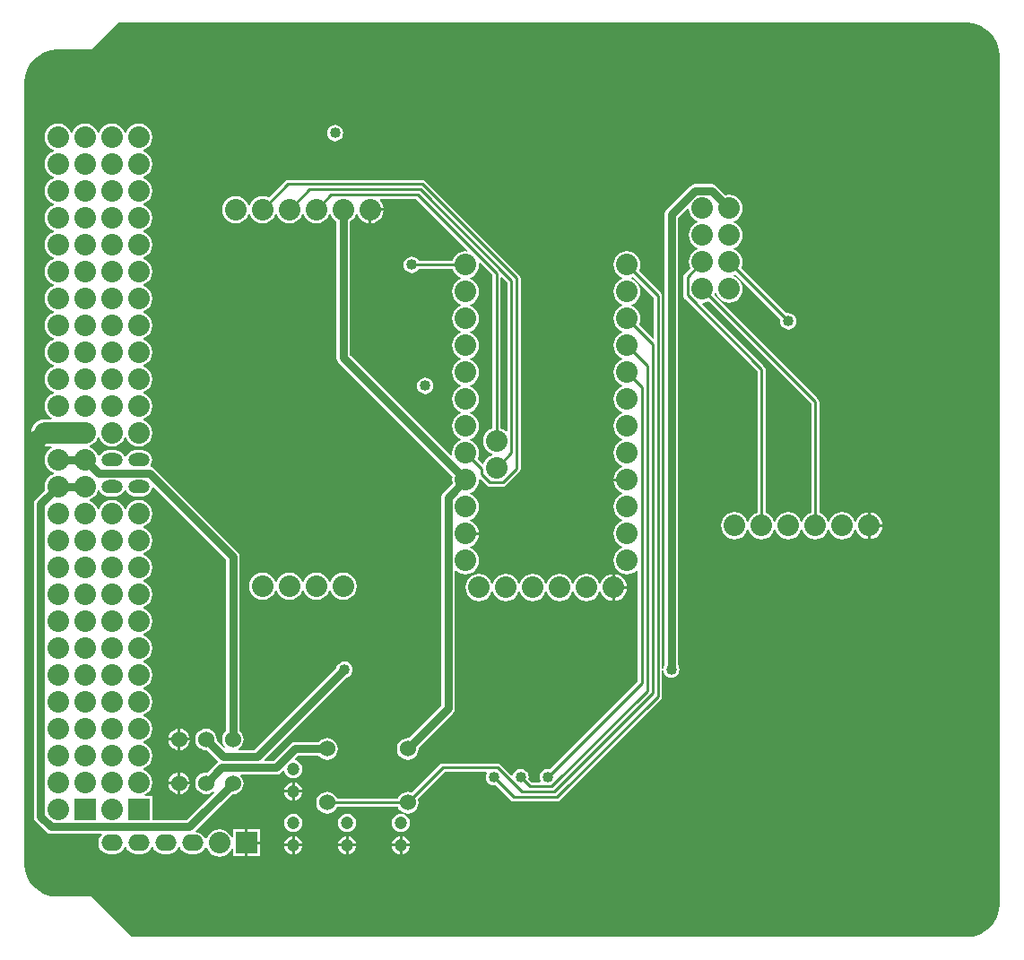
<source format=gbl>
G04 Layer_Physical_Order=2*
G04 Layer_Color=16711680*
%FSLAX25Y25*%
%MOIN*%
G70*
G01*
G75*
%ADD13C,0.03000*%
%ADD14C,0.01000*%
%ADD15C,0.06000*%
%ADD16C,0.04724*%
%ADD17O,0.08000X0.06000*%
%ADD18C,0.08000*%
%ADD19R,0.08000X0.08000*%
%ADD20R,0.08000X0.08000*%
%ADD21O,0.08000X0.05000*%
%ADD22C,0.04000*%
%ADD23C,0.25000*%
%ADD24C,0.22000*%
%ADD25C,0.08000*%
G36*
X-17556Y347286D02*
X-15973Y346862D01*
X-14459Y346235D01*
X-13040Y345416D01*
X-11740Y344418D01*
X-10582Y343260D01*
X-9584Y341960D01*
X-8765Y340541D01*
X-8138Y339027D01*
X-7714Y337444D01*
X-7500Y335819D01*
Y335000D01*
Y20000D01*
Y19181D01*
X-7714Y17556D01*
X-8138Y15973D01*
X-8765Y14459D01*
X-9584Y13040D01*
X-10582Y11740D01*
X-11740Y10582D01*
X-13040Y9584D01*
X-14459Y8765D01*
X-15973Y8138D01*
X-17556Y7714D01*
X-19181Y7500D01*
X-330000D01*
X-345000Y22500D01*
X-358319D01*
X-359944Y22714D01*
X-361527Y23138D01*
X-363040Y23765D01*
X-364459Y24584D01*
X-365759Y25582D01*
X-366918Y26741D01*
X-367916Y28041D01*
X-368735Y29460D01*
X-369362Y30973D01*
X-369786Y32556D01*
X-370000Y34181D01*
Y35000D01*
Y325000D01*
Y325819D01*
X-369786Y327444D01*
X-369362Y329027D01*
X-368735Y330540D01*
X-367916Y331960D01*
X-366918Y333260D01*
X-365759Y334418D01*
X-364459Y335416D01*
X-363040Y336235D01*
X-361527Y336862D01*
X-359944Y337286D01*
X-358319Y337500D01*
X-345000D01*
X-335000Y347500D01*
X-19181D01*
X-17556Y347286D01*
D02*
G37*
%LPC*%
G36*
X-327500Y310043D02*
X-328805Y309871D01*
X-330022Y309367D01*
X-331066Y308566D01*
X-331868Y307522D01*
X-332229Y306648D01*
X-332771D01*
X-333133Y307522D01*
X-333934Y308566D01*
X-334978Y309367D01*
X-336195Y309871D01*
X-337500Y310043D01*
X-338805Y309871D01*
X-340022Y309367D01*
X-341066Y308566D01*
X-341867Y307522D01*
X-342229Y306648D01*
X-342771D01*
X-343132Y307522D01*
X-343934Y308566D01*
X-344978Y309367D01*
X-346195Y309871D01*
X-347500Y310043D01*
X-348805Y309871D01*
X-350022Y309367D01*
X-351066Y308566D01*
X-351868Y307522D01*
X-352229Y306648D01*
X-352771D01*
X-353133Y307522D01*
X-353934Y308566D01*
X-354978Y309367D01*
X-356195Y309871D01*
X-357500Y310043D01*
X-358805Y309871D01*
X-360022Y309367D01*
X-361066Y308566D01*
X-361867Y307522D01*
X-362371Y306305D01*
X-362543Y305000D01*
X-362371Y303695D01*
X-361867Y302478D01*
X-361066Y301434D01*
X-360022Y300633D01*
X-359148Y300271D01*
Y299729D01*
X-360022Y299367D01*
X-361066Y298566D01*
X-361867Y297522D01*
X-362371Y296305D01*
X-362543Y295000D01*
X-362371Y293695D01*
X-361867Y292478D01*
X-361066Y291434D01*
X-360022Y290633D01*
X-359148Y290271D01*
Y289729D01*
X-360022Y289368D01*
X-361066Y288566D01*
X-361867Y287522D01*
X-362371Y286305D01*
X-362543Y285000D01*
X-362371Y283695D01*
X-361867Y282478D01*
X-361066Y281434D01*
X-360022Y280632D01*
X-359148Y280271D01*
Y279729D01*
X-360022Y279367D01*
X-361066Y278566D01*
X-361867Y277522D01*
X-362371Y276305D01*
X-362543Y275000D01*
X-362371Y273695D01*
X-361867Y272478D01*
X-361066Y271434D01*
X-360022Y270633D01*
X-359148Y270271D01*
Y269729D01*
X-360022Y269368D01*
X-361066Y268566D01*
X-361867Y267522D01*
X-362371Y266305D01*
X-362543Y265000D01*
X-362371Y263695D01*
X-361867Y262478D01*
X-361066Y261434D01*
X-360022Y260632D01*
X-359148Y260271D01*
Y259729D01*
X-360022Y259367D01*
X-361066Y258566D01*
X-361867Y257522D01*
X-362371Y256305D01*
X-362543Y255000D01*
X-362371Y253695D01*
X-361867Y252478D01*
X-361066Y251434D01*
X-360022Y250633D01*
X-359148Y250271D01*
Y249729D01*
X-360022Y249367D01*
X-361066Y248566D01*
X-361867Y247522D01*
X-362371Y246305D01*
X-362543Y245000D01*
X-362371Y243695D01*
X-361867Y242478D01*
X-361066Y241434D01*
X-360022Y240633D01*
X-359148Y240271D01*
Y239729D01*
X-360022Y239368D01*
X-361066Y238566D01*
X-361867Y237522D01*
X-362371Y236305D01*
X-362543Y235000D01*
X-362371Y233695D01*
X-361867Y232478D01*
X-361066Y231434D01*
X-360022Y230632D01*
X-359148Y230271D01*
Y229729D01*
X-360022Y229367D01*
X-361066Y228566D01*
X-361867Y227522D01*
X-362371Y226305D01*
X-362543Y225000D01*
X-362371Y223695D01*
X-361867Y222478D01*
X-361066Y221434D01*
X-360022Y220633D01*
X-359148Y220271D01*
Y219729D01*
X-360022Y219368D01*
X-361066Y218566D01*
X-361867Y217522D01*
X-362371Y216305D01*
X-362543Y215000D01*
X-362371Y213695D01*
X-361867Y212478D01*
X-361066Y211434D01*
X-360022Y210632D01*
X-359148Y210271D01*
Y209729D01*
X-360022Y209367D01*
X-361066Y208566D01*
X-361867Y207522D01*
X-362371Y206305D01*
X-362543Y205000D01*
X-362371Y203695D01*
X-361867Y202478D01*
X-361066Y201434D01*
X-360022Y200633D01*
X-359806Y200543D01*
X-359905Y200043D01*
X-362500D01*
X-363805Y199871D01*
X-365022Y199367D01*
X-366066Y198566D01*
X-366867Y197522D01*
X-367371Y196305D01*
X-367543Y195000D01*
X-367371Y193695D01*
X-366867Y192478D01*
X-366066Y191434D01*
X-365022Y190632D01*
X-363805Y190129D01*
X-362500Y189957D01*
X-359905D01*
X-359806Y189457D01*
X-360022Y189367D01*
X-361066Y188566D01*
X-361867Y187522D01*
X-362371Y186305D01*
X-362543Y185000D01*
X-362371Y183695D01*
X-361867Y182478D01*
X-361066Y181434D01*
X-360022Y180632D01*
X-359148Y180271D01*
Y179729D01*
X-360022Y179367D01*
X-361066Y178566D01*
X-361867Y177522D01*
X-362371Y176305D01*
X-362543Y175000D01*
X-362376Y173729D01*
X-365802Y170302D01*
X-366355Y169475D01*
X-366549Y168500D01*
Y52308D01*
X-366355Y51332D01*
X-365802Y50505D01*
X-361995Y46698D01*
X-361168Y46145D01*
X-360192Y45951D01*
X-341351D01*
X-341190Y45478D01*
X-341353Y45353D01*
X-341994Y44517D01*
X-342397Y43544D01*
X-342534Y42500D01*
X-342397Y41456D01*
X-341994Y40483D01*
X-341353Y39647D01*
X-340517Y39006D01*
X-339544Y38603D01*
X-338500Y38465D01*
X-336500D01*
X-335456Y38603D01*
X-334483Y39006D01*
X-333647Y39647D01*
X-333006Y40483D01*
X-332771Y41051D01*
X-332229D01*
X-331994Y40483D01*
X-331353Y39647D01*
X-330517Y39006D01*
X-329544Y38603D01*
X-328500Y38465D01*
X-326500D01*
X-325456Y38603D01*
X-324483Y39006D01*
X-323647Y39647D01*
X-323006Y40483D01*
X-322771Y41051D01*
X-322229D01*
X-321994Y40483D01*
X-321353Y39647D01*
X-320517Y39006D01*
X-319544Y38603D01*
X-318500Y38465D01*
X-316500D01*
X-315456Y38603D01*
X-314483Y39006D01*
X-313647Y39647D01*
X-313006Y40483D01*
X-312771Y41051D01*
X-312229D01*
X-311994Y40483D01*
X-311353Y39647D01*
X-310517Y39006D01*
X-309544Y38603D01*
X-308500Y38465D01*
X-306500D01*
X-305456Y38603D01*
X-304483Y39006D01*
X-303647Y39647D01*
X-303006Y40483D01*
X-302812Y40952D01*
X-302271D01*
X-301868Y39978D01*
X-301066Y38934D01*
X-300022Y38133D01*
X-298805Y37629D01*
X-297500Y37457D01*
X-296195Y37629D01*
X-294978Y38133D01*
X-293934Y38934D01*
X-293132Y39978D01*
X-293000Y40298D01*
X-292500Y40199D01*
Y37500D01*
X-288000D01*
Y42500D01*
Y47500D01*
X-292500D01*
Y44801D01*
X-293000Y44702D01*
X-293132Y45022D01*
X-293934Y46066D01*
X-294978Y46867D01*
X-296195Y47371D01*
X-297500Y47543D01*
X-298805Y47371D01*
X-300022Y46867D01*
X-301066Y46066D01*
X-301868Y45022D01*
X-302271Y44048D01*
X-302812D01*
X-303006Y44517D01*
X-303647Y45353D01*
X-304483Y45994D01*
X-305456Y46397D01*
X-306371Y46518D01*
X-306537Y46837D01*
X-306561Y47034D01*
X-292880Y60716D01*
X-292500Y60666D01*
X-291456Y60803D01*
X-290483Y61206D01*
X-289647Y61847D01*
X-289006Y62683D01*
X-288603Y63656D01*
X-288465Y64700D01*
X-288603Y65744D01*
X-289006Y66717D01*
X-289569Y67451D01*
X-289413Y67951D01*
X-276376D01*
X-275401Y68145D01*
X-274574Y68698D01*
X-273777Y69494D01*
X-273304Y69334D01*
X-273276Y69122D01*
X-272937Y68304D01*
X-272398Y67602D01*
X-271696Y67063D01*
X-270878Y66724D01*
X-270000Y66609D01*
X-269122Y66724D01*
X-268304Y67063D01*
X-267602Y67602D01*
X-267063Y68304D01*
X-266724Y69122D01*
X-266609Y70000D01*
X-266724Y70878D01*
X-267063Y71696D01*
X-267602Y72398D01*
X-268304Y72937D01*
X-269122Y73276D01*
X-269334Y73304D01*
X-269494Y73777D01*
X-268320Y74951D01*
X-260586D01*
X-260353Y74647D01*
X-259517Y74006D01*
X-258544Y73603D01*
X-257500Y73466D01*
X-256456Y73603D01*
X-255483Y74006D01*
X-254647Y74647D01*
X-254006Y75483D01*
X-253603Y76456D01*
X-253466Y77500D01*
X-253603Y78544D01*
X-254006Y79517D01*
X-254647Y80353D01*
X-255483Y80994D01*
X-256456Y81397D01*
X-257500Y81534D01*
X-258544Y81397D01*
X-259517Y80994D01*
X-260353Y80353D01*
X-260586Y80049D01*
X-269376D01*
X-270352Y79855D01*
X-271179Y79302D01*
X-277432Y73049D01*
X-280693D01*
X-280884Y73511D01*
X-250333Y104062D01*
X-250217Y104077D01*
X-249487Y104379D01*
X-248860Y104860D01*
X-248379Y105487D01*
X-248077Y106217D01*
X-247974Y107000D01*
X-248077Y107783D01*
X-248379Y108513D01*
X-248860Y109140D01*
X-249487Y109620D01*
X-250217Y109923D01*
X-251000Y110026D01*
X-251783Y109923D01*
X-252513Y109620D01*
X-253140Y109140D01*
X-253621Y108513D01*
X-253923Y107783D01*
X-253938Y107667D01*
X-284556Y77049D01*
X-290286D01*
X-290418Y77355D01*
X-290427Y77549D01*
X-289647Y78147D01*
X-289006Y78983D01*
X-288603Y79956D01*
X-288465Y81000D01*
X-288603Y82044D01*
X-289006Y83017D01*
X-289647Y83853D01*
X-289951Y84086D01*
Y149000D01*
X-290145Y149976D01*
X-290698Y150802D01*
X-321698Y181802D01*
X-322524Y182355D01*
X-323009Y182451D01*
X-323185Y182919D01*
X-322943Y183235D01*
X-322590Y184086D01*
X-322470Y185000D01*
X-322590Y185914D01*
X-322943Y186765D01*
X-323504Y187496D01*
X-324235Y188057D01*
X-325086Y188410D01*
X-326000Y188530D01*
X-329000D01*
X-329914Y188410D01*
X-330765Y188057D01*
X-331496Y187496D01*
X-332057Y186765D01*
X-332229Y186349D01*
X-332771D01*
X-332943Y186765D01*
X-333504Y187496D01*
X-334235Y188057D01*
X-335086Y188410D01*
X-336000Y188530D01*
X-339000D01*
X-339914Y188410D01*
X-340765Y188057D01*
X-341496Y187496D01*
X-342057Y186765D01*
X-342168Y186499D01*
X-342709D01*
X-343132Y187522D01*
X-343934Y188566D01*
X-344978Y189367D01*
X-345852Y189729D01*
Y190271D01*
X-344978Y190632D01*
X-343934Y191434D01*
X-343132Y192478D01*
X-342771Y193352D01*
X-342229D01*
X-341867Y192478D01*
X-341066Y191434D01*
X-340022Y190632D01*
X-338805Y190129D01*
X-337500Y189957D01*
X-336195Y190129D01*
X-334978Y190632D01*
X-333934Y191434D01*
X-333133Y192478D01*
X-332771Y193352D01*
X-332229D01*
X-331868Y192478D01*
X-331066Y191434D01*
X-330022Y190632D01*
X-328805Y190129D01*
X-327500Y189957D01*
X-326195Y190129D01*
X-324978Y190632D01*
X-323934Y191434D01*
X-323132Y192478D01*
X-322629Y193695D01*
X-322457Y195000D01*
X-322629Y196305D01*
X-323132Y197522D01*
X-323934Y198566D01*
X-324978Y199367D01*
X-325852Y199729D01*
Y200271D01*
X-324978Y200633D01*
X-323934Y201434D01*
X-323132Y202478D01*
X-322629Y203695D01*
X-322457Y205000D01*
X-322629Y206305D01*
X-323132Y207522D01*
X-323934Y208566D01*
X-324978Y209367D01*
X-325852Y209729D01*
Y210271D01*
X-324978Y210632D01*
X-323934Y211434D01*
X-323132Y212478D01*
X-322629Y213695D01*
X-322457Y215000D01*
X-322629Y216305D01*
X-323132Y217522D01*
X-323934Y218566D01*
X-324978Y219368D01*
X-325852Y219729D01*
Y220271D01*
X-324978Y220633D01*
X-323934Y221434D01*
X-323132Y222478D01*
X-322629Y223695D01*
X-322457Y225000D01*
X-322629Y226305D01*
X-323132Y227522D01*
X-323934Y228566D01*
X-324978Y229367D01*
X-325852Y229729D01*
Y230271D01*
X-324978Y230632D01*
X-323934Y231434D01*
X-323132Y232478D01*
X-322629Y233695D01*
X-322457Y235000D01*
X-322629Y236305D01*
X-323132Y237522D01*
X-323934Y238566D01*
X-324978Y239368D01*
X-325852Y239729D01*
Y240271D01*
X-324978Y240633D01*
X-323934Y241434D01*
X-323132Y242478D01*
X-322629Y243695D01*
X-322457Y245000D01*
X-322629Y246305D01*
X-323132Y247522D01*
X-323934Y248566D01*
X-324978Y249367D01*
X-325852Y249729D01*
Y250271D01*
X-324978Y250633D01*
X-323934Y251434D01*
X-323132Y252478D01*
X-322629Y253695D01*
X-322457Y255000D01*
X-322629Y256305D01*
X-323132Y257522D01*
X-323934Y258566D01*
X-324978Y259367D01*
X-325852Y259729D01*
Y260271D01*
X-324978Y260632D01*
X-323934Y261434D01*
X-323132Y262478D01*
X-322629Y263695D01*
X-322457Y265000D01*
X-322629Y266305D01*
X-323132Y267522D01*
X-323934Y268566D01*
X-324978Y269368D01*
X-325852Y269729D01*
Y270271D01*
X-324978Y270633D01*
X-323934Y271434D01*
X-323132Y272478D01*
X-322629Y273695D01*
X-322457Y275000D01*
X-322629Y276305D01*
X-323132Y277522D01*
X-323934Y278566D01*
X-324978Y279367D01*
X-325852Y279729D01*
Y280271D01*
X-324978Y280632D01*
X-323934Y281434D01*
X-323132Y282478D01*
X-322629Y283695D01*
X-322457Y285000D01*
X-322629Y286305D01*
X-323132Y287522D01*
X-323934Y288566D01*
X-324978Y289368D01*
X-325852Y289729D01*
Y290271D01*
X-324978Y290633D01*
X-323934Y291434D01*
X-323132Y292478D01*
X-322629Y293695D01*
X-322457Y295000D01*
X-322629Y296305D01*
X-323132Y297522D01*
X-323934Y298566D01*
X-324978Y299367D01*
X-325852Y299729D01*
Y300271D01*
X-324978Y300633D01*
X-323934Y301434D01*
X-323132Y302478D01*
X-322629Y303695D01*
X-322457Y305000D01*
X-322629Y306305D01*
X-323132Y307522D01*
X-323934Y308566D01*
X-324978Y309367D01*
X-326195Y309871D01*
X-327500Y310043D01*
D02*
G37*
G36*
X-254500Y309526D02*
X-255283Y309423D01*
X-256013Y309120D01*
X-256640Y308640D01*
X-257120Y308013D01*
X-257423Y307283D01*
X-257526Y306500D01*
X-257423Y305717D01*
X-257120Y304987D01*
X-256640Y304360D01*
X-256013Y303879D01*
X-255283Y303577D01*
X-254500Y303474D01*
X-253717Y303577D01*
X-252987Y303879D01*
X-252360Y304360D01*
X-251880Y304987D01*
X-251577Y305717D01*
X-251474Y306500D01*
X-251577Y307283D01*
X-251880Y308013D01*
X-252360Y308640D01*
X-252987Y309120D01*
X-253717Y309423D01*
X-254500Y309526D01*
D02*
G37*
G36*
X-222000Y289029D02*
X-272000D01*
X-272585Y288913D01*
X-273081Y288581D01*
X-279203Y282460D01*
X-280195Y282871D01*
X-281500Y283043D01*
X-282805Y282871D01*
X-284022Y282367D01*
X-285066Y281566D01*
X-285868Y280522D01*
X-286229Y279648D01*
X-286771D01*
X-287133Y280522D01*
X-287934Y281566D01*
X-288978Y282367D01*
X-290195Y282871D01*
X-291500Y283043D01*
X-292805Y282871D01*
X-294022Y282367D01*
X-295066Y281566D01*
X-295867Y280522D01*
X-296371Y279305D01*
X-296543Y278000D01*
X-296371Y276695D01*
X-295867Y275478D01*
X-295066Y274434D01*
X-294022Y273633D01*
X-292805Y273129D01*
X-291500Y272957D01*
X-290195Y273129D01*
X-288978Y273633D01*
X-287934Y274434D01*
X-287133Y275478D01*
X-286771Y276352D01*
X-286229D01*
X-285868Y275478D01*
X-285066Y274434D01*
X-284022Y273633D01*
X-282805Y273129D01*
X-281500Y272957D01*
X-280195Y273129D01*
X-278978Y273633D01*
X-277934Y274434D01*
X-277133Y275478D01*
X-276771Y276352D01*
X-276229D01*
X-275868Y275478D01*
X-275066Y274434D01*
X-274022Y273633D01*
X-272805Y273129D01*
X-271500Y272957D01*
X-270195Y273129D01*
X-268978Y273633D01*
X-267934Y274434D01*
X-267132Y275478D01*
X-266771Y276352D01*
X-266229D01*
X-265867Y275478D01*
X-265066Y274434D01*
X-264022Y273633D01*
X-262805Y273129D01*
X-261500Y272957D01*
X-260195Y273129D01*
X-258978Y273633D01*
X-257934Y274434D01*
X-257133Y275478D01*
X-256771Y276352D01*
X-256229D01*
X-255868Y275478D01*
X-255066Y274434D01*
X-254049Y273654D01*
Y223000D01*
X-253855Y222024D01*
X-253302Y221198D01*
X-210876Y178771D01*
X-211043Y177500D01*
X-210876Y176229D01*
X-214302Y172802D01*
X-214855Y171976D01*
X-215049Y171000D01*
Y93556D01*
X-227120Y81485D01*
X-227500Y81534D01*
X-228544Y81397D01*
X-229517Y80994D01*
X-230353Y80353D01*
X-230994Y79517D01*
X-231397Y78544D01*
X-231535Y77500D01*
X-231397Y76456D01*
X-230994Y75483D01*
X-230353Y74647D01*
X-229517Y74006D01*
X-228544Y73603D01*
X-227500Y73466D01*
X-226456Y73603D01*
X-225483Y74006D01*
X-224647Y74647D01*
X-224006Y75483D01*
X-223603Y76456D01*
X-223465Y77500D01*
X-223516Y77880D01*
X-210698Y90698D01*
X-210145Y91524D01*
X-209951Y92500D01*
Y143677D01*
X-209451Y143846D01*
X-208522Y143132D01*
X-207305Y142629D01*
X-206000Y142457D01*
X-204695Y142629D01*
X-203478Y143132D01*
X-202434Y143934D01*
X-201632Y144978D01*
X-201129Y146195D01*
X-200957Y147500D01*
X-201129Y148805D01*
X-201632Y150022D01*
X-202434Y151066D01*
X-203478Y151867D01*
X-204352Y152229D01*
Y152771D01*
X-203478Y153132D01*
X-202434Y153934D01*
X-201632Y154978D01*
X-201129Y156195D01*
X-201023Y157000D01*
X-206000D01*
Y158000D01*
X-201023D01*
X-201129Y158805D01*
X-201632Y160022D01*
X-202434Y161066D01*
X-203478Y161867D01*
X-204352Y162229D01*
Y162771D01*
X-203478Y163133D01*
X-202434Y163934D01*
X-201632Y164978D01*
X-201129Y166195D01*
X-200957Y167500D01*
X-201129Y168805D01*
X-201632Y170022D01*
X-202434Y171066D01*
X-203478Y171868D01*
X-204352Y172229D01*
Y172771D01*
X-203478Y173133D01*
X-202434Y173934D01*
X-201632Y174978D01*
X-201129Y176195D01*
X-200957Y177500D01*
X-200985Y177715D01*
X-200512Y177949D01*
X-197981Y175419D01*
X-197485Y175087D01*
X-196900Y174971D01*
X-192222D01*
X-191637Y175087D01*
X-191140Y175419D01*
X-185919Y180640D01*
X-185587Y181137D01*
X-185471Y181722D01*
Y252500D01*
X-185587Y253085D01*
X-185919Y253581D01*
X-220919Y288581D01*
X-221415Y288913D01*
X-222000Y289029D01*
D02*
G37*
G36*
X-114500Y287549D02*
X-120692D01*
X-121668Y287355D01*
X-122495Y286802D01*
X-131302Y277995D01*
X-131855Y277168D01*
X-132049Y276192D01*
Y108606D01*
X-132121Y108513D01*
X-132423Y107783D01*
X-132471Y107420D01*
X-132971Y107453D01*
Y246000D01*
X-133087Y246585D01*
X-133419Y247081D01*
X-141540Y255203D01*
X-141129Y256195D01*
X-140957Y257500D01*
X-141129Y258805D01*
X-141632Y260022D01*
X-142434Y261066D01*
X-143478Y261867D01*
X-144695Y262371D01*
X-146000Y262543D01*
X-147305Y262371D01*
X-148522Y261867D01*
X-149566Y261066D01*
X-150367Y260022D01*
X-150871Y258805D01*
X-151043Y257500D01*
X-150871Y256195D01*
X-150367Y254978D01*
X-149566Y253934D01*
X-148522Y253133D01*
X-147648Y252771D01*
Y252229D01*
X-148522Y251868D01*
X-149566Y251066D01*
X-150367Y250022D01*
X-150871Y248805D01*
X-151043Y247500D01*
X-150871Y246195D01*
X-150367Y244978D01*
X-149566Y243934D01*
X-148522Y243132D01*
X-147648Y242771D01*
Y242229D01*
X-148522Y241867D01*
X-149566Y241066D01*
X-150367Y240022D01*
X-150871Y238805D01*
X-151043Y237500D01*
X-150871Y236195D01*
X-150367Y234978D01*
X-149566Y233934D01*
X-148522Y233133D01*
X-147648Y232771D01*
Y232229D01*
X-148522Y231868D01*
X-149566Y231066D01*
X-150367Y230022D01*
X-150871Y228805D01*
X-151043Y227500D01*
X-150871Y226195D01*
X-150367Y224978D01*
X-149566Y223934D01*
X-148522Y223132D01*
X-147648Y222771D01*
Y222229D01*
X-148522Y221867D01*
X-149566Y221066D01*
X-150367Y220022D01*
X-150871Y218805D01*
X-151043Y217500D01*
X-150871Y216195D01*
X-150367Y214978D01*
X-149566Y213934D01*
X-148522Y213133D01*
X-147648Y212771D01*
Y212229D01*
X-148522Y211867D01*
X-149566Y211066D01*
X-150367Y210022D01*
X-150871Y208805D01*
X-151043Y207500D01*
X-150871Y206195D01*
X-150367Y204978D01*
X-149566Y203934D01*
X-148522Y203133D01*
X-147648Y202771D01*
Y202229D01*
X-148522Y201868D01*
X-149566Y201066D01*
X-150367Y200022D01*
X-150871Y198805D01*
X-151043Y197500D01*
X-150871Y196195D01*
X-150367Y194978D01*
X-149566Y193934D01*
X-148522Y193132D01*
X-147648Y192771D01*
Y192229D01*
X-148522Y191867D01*
X-149566Y191066D01*
X-150367Y190022D01*
X-150871Y188805D01*
X-151043Y187500D01*
X-150871Y186195D01*
X-150367Y184978D01*
X-149566Y183934D01*
X-148522Y183133D01*
X-147648Y182771D01*
Y182229D01*
X-148522Y181868D01*
X-149566Y181066D01*
X-150367Y180022D01*
X-150871Y178805D01*
X-150977Y178000D01*
X-146000D01*
Y177000D01*
X-150977D01*
X-150871Y176195D01*
X-150367Y174978D01*
X-149566Y173934D01*
X-148522Y173133D01*
X-147648Y172771D01*
Y172229D01*
X-148522Y171868D01*
X-149566Y171066D01*
X-150367Y170022D01*
X-150871Y168805D01*
X-151043Y167500D01*
X-150871Y166195D01*
X-150367Y164978D01*
X-149566Y163934D01*
X-148522Y163133D01*
X-147648Y162771D01*
Y162229D01*
X-148522Y161867D01*
X-149566Y161066D01*
X-150367Y160022D01*
X-150871Y158805D01*
X-151043Y157500D01*
X-150871Y156195D01*
X-150367Y154978D01*
X-149566Y153934D01*
X-148522Y153132D01*
X-147648Y152771D01*
Y152229D01*
X-148522Y151867D01*
X-149566Y151066D01*
X-150367Y150022D01*
X-150871Y148805D01*
X-151043Y147500D01*
X-150871Y146195D01*
X-150367Y144978D01*
X-149566Y143934D01*
X-148522Y143132D01*
X-147305Y142629D01*
X-146000Y142457D01*
X-144695Y142629D01*
X-143478Y143132D01*
X-142529Y143861D01*
X-142029Y143711D01*
Y102634D01*
X-174737Y69925D01*
X-175500Y70026D01*
X-176283Y69923D01*
X-177013Y69621D01*
X-177640Y69140D01*
X-178121Y68513D01*
X-178423Y67783D01*
X-178526Y67000D01*
X-178423Y66217D01*
X-178138Y65529D01*
X-178268Y65164D01*
X-178335Y65029D01*
X-181367D01*
X-182574Y66237D01*
X-182474Y67000D01*
X-182577Y67783D01*
X-182879Y68513D01*
X-183360Y69140D01*
X-183987Y69621D01*
X-184717Y69923D01*
X-185500Y70026D01*
X-186283Y69923D01*
X-187013Y69621D01*
X-187640Y69140D01*
X-188120Y68513D01*
X-188423Y67783D01*
X-188436Y67683D01*
X-188909Y67522D01*
X-192969Y71581D01*
X-193465Y71913D01*
X-194050Y72029D01*
X-214500D01*
X-215085Y71913D01*
X-215581Y71581D01*
X-225968Y61195D01*
X-226456Y61397D01*
X-227500Y61535D01*
X-228544Y61397D01*
X-229517Y60994D01*
X-230353Y60353D01*
X-230994Y59517D01*
X-231196Y59029D01*
X-253804D01*
X-254006Y59517D01*
X-254647Y60353D01*
X-255483Y60994D01*
X-256456Y61397D01*
X-257500Y61535D01*
X-258544Y61397D01*
X-259517Y60994D01*
X-260353Y60353D01*
X-260994Y59517D01*
X-261397Y58544D01*
X-261535Y57500D01*
X-261397Y56456D01*
X-260994Y55483D01*
X-260353Y54647D01*
X-259517Y54006D01*
X-258544Y53603D01*
X-257500Y53465D01*
X-256456Y53603D01*
X-255483Y54006D01*
X-254647Y54647D01*
X-254006Y55483D01*
X-253804Y55971D01*
X-231196D01*
X-230994Y55483D01*
X-230353Y54647D01*
X-229517Y54006D01*
X-228544Y53603D01*
X-227500Y53465D01*
X-226456Y53603D01*
X-225483Y54006D01*
X-224647Y54647D01*
X-224006Y55483D01*
X-223603Y56456D01*
X-223465Y57500D01*
X-223603Y58544D01*
X-223805Y59032D01*
X-213866Y68971D01*
X-198335D01*
X-198268Y68836D01*
X-198138Y68471D01*
X-198423Y67783D01*
X-198526Y67000D01*
X-198423Y66217D01*
X-198120Y65487D01*
X-197640Y64860D01*
X-197013Y64380D01*
X-196283Y64077D01*
X-195500Y63974D01*
X-194737Y64074D01*
X-189081Y58419D01*
X-188585Y58087D01*
X-188000Y57971D01*
X-172000D01*
X-171415Y58087D01*
X-170919Y58419D01*
X-133419Y95919D01*
X-133087Y96415D01*
X-132971Y97000D01*
Y106547D01*
X-132471Y106580D01*
X-132423Y106217D01*
X-132121Y105487D01*
X-131640Y104860D01*
X-131013Y104379D01*
X-130283Y104077D01*
X-129500Y103974D01*
X-128717Y104077D01*
X-127987Y104379D01*
X-127360Y104860D01*
X-126880Y105487D01*
X-126577Y106217D01*
X-126474Y107000D01*
X-126577Y107783D01*
X-126880Y108513D01*
X-126951Y108606D01*
Y275137D01*
X-123497Y278590D01*
X-123024Y278356D01*
X-122871Y277195D01*
X-122368Y275978D01*
X-121566Y274934D01*
X-120522Y274132D01*
X-119648Y273771D01*
Y273229D01*
X-120522Y272867D01*
X-121566Y272066D01*
X-122368Y271022D01*
X-122871Y269805D01*
X-123043Y268500D01*
X-122871Y267195D01*
X-122368Y265978D01*
X-121566Y264934D01*
X-120522Y264132D01*
X-119648Y263771D01*
Y263229D01*
X-120522Y262867D01*
X-121566Y262066D01*
X-122368Y261022D01*
X-122871Y259805D01*
X-123043Y258500D01*
X-122871Y257195D01*
X-122460Y256203D01*
X-124581Y254081D01*
X-124913Y253585D01*
X-125029Y253000D01*
Y246222D01*
X-124913Y245637D01*
X-124581Y245140D01*
X-97529Y218088D01*
Y165278D01*
X-98522Y164867D01*
X-99566Y164066D01*
X-100367Y163022D01*
X-100729Y162148D01*
X-101271D01*
X-101632Y163022D01*
X-102434Y164066D01*
X-103478Y164867D01*
X-104695Y165371D01*
X-106000Y165543D01*
X-107305Y165371D01*
X-108522Y164867D01*
X-109566Y164066D01*
X-110368Y163022D01*
X-110871Y161805D01*
X-111043Y160500D01*
X-110871Y159195D01*
X-110368Y157978D01*
X-109566Y156934D01*
X-108522Y156132D01*
X-107305Y155629D01*
X-106000Y155457D01*
X-104695Y155629D01*
X-103478Y156132D01*
X-102434Y156934D01*
X-101632Y157978D01*
X-101271Y158852D01*
X-100729D01*
X-100367Y157978D01*
X-99566Y156934D01*
X-98522Y156132D01*
X-97305Y155629D01*
X-96000Y155457D01*
X-94695Y155629D01*
X-93478Y156132D01*
X-92434Y156934D01*
X-91632Y157978D01*
X-91271Y158852D01*
X-90729D01*
X-90368Y157978D01*
X-89566Y156934D01*
X-88522Y156132D01*
X-87305Y155629D01*
X-86000Y155457D01*
X-84695Y155629D01*
X-83478Y156132D01*
X-82434Y156934D01*
X-81633Y157978D01*
X-81271Y158852D01*
X-80729D01*
X-80367Y157978D01*
X-79566Y156934D01*
X-78522Y156132D01*
X-77305Y155629D01*
X-76000Y155457D01*
X-74695Y155629D01*
X-73478Y156132D01*
X-72434Y156934D01*
X-71632Y157978D01*
X-71271Y158852D01*
X-70729D01*
X-70367Y157978D01*
X-69566Y156934D01*
X-68522Y156132D01*
X-67305Y155629D01*
X-66000Y155457D01*
X-64695Y155629D01*
X-63478Y156132D01*
X-62434Y156934D01*
X-61633Y157978D01*
X-61271Y158852D01*
X-60729D01*
X-60368Y157978D01*
X-59566Y156934D01*
X-58522Y156132D01*
X-57305Y155629D01*
X-56500Y155523D01*
Y160500D01*
Y165477D01*
X-57305Y165371D01*
X-58522Y164867D01*
X-59566Y164066D01*
X-60368Y163022D01*
X-60729Y162148D01*
X-61271D01*
X-61633Y163022D01*
X-62434Y164066D01*
X-63478Y164867D01*
X-64695Y165371D01*
X-66000Y165543D01*
X-67305Y165371D01*
X-68522Y164867D01*
X-69566Y164066D01*
X-70367Y163022D01*
X-70729Y162148D01*
X-71271D01*
X-71632Y163022D01*
X-72434Y164066D01*
X-73478Y164867D01*
X-74471Y165278D01*
Y206500D01*
X-74587Y207085D01*
X-74919Y207581D01*
X-113540Y246203D01*
X-113271Y246852D01*
X-112729D01*
X-112367Y245978D01*
X-111566Y244934D01*
X-110522Y244132D01*
X-109305Y243629D01*
X-108000Y243457D01*
X-106695Y243629D01*
X-105478Y244132D01*
X-104434Y244934D01*
X-103632Y245978D01*
X-103129Y247195D01*
X-102957Y248500D01*
X-103129Y249805D01*
X-103632Y251022D01*
X-104434Y252066D01*
X-105478Y252868D01*
X-106352Y253229D01*
Y253771D01*
X-105702Y254040D01*
X-88925Y237263D01*
X-89026Y236500D01*
X-88923Y235717D01*
X-88621Y234987D01*
X-88140Y234360D01*
X-87513Y233879D01*
X-86783Y233577D01*
X-86000Y233474D01*
X-85217Y233577D01*
X-84487Y233879D01*
X-83860Y234360D01*
X-83380Y234987D01*
X-83077Y235717D01*
X-82974Y236500D01*
X-83077Y237283D01*
X-83380Y238013D01*
X-83860Y238640D01*
X-84487Y239121D01*
X-85217Y239423D01*
X-86000Y239526D01*
X-86763Y239425D01*
X-103540Y256203D01*
X-103129Y257195D01*
X-102957Y258500D01*
X-103129Y259805D01*
X-103632Y261022D01*
X-104434Y262066D01*
X-105478Y262867D01*
X-106352Y263229D01*
Y263771D01*
X-105478Y264132D01*
X-104434Y264934D01*
X-103632Y265978D01*
X-103129Y267195D01*
X-102957Y268500D01*
X-103129Y269805D01*
X-103632Y271022D01*
X-104434Y272066D01*
X-105478Y272867D01*
X-106352Y273229D01*
Y273771D01*
X-105478Y274132D01*
X-104434Y274934D01*
X-103632Y275978D01*
X-103129Y277195D01*
X-102957Y278500D01*
X-103129Y279805D01*
X-103632Y281022D01*
X-104434Y282066D01*
X-105478Y282868D01*
X-106695Y283371D01*
X-108000Y283543D01*
X-109271Y283376D01*
X-112698Y286802D01*
X-113524Y287355D01*
X-114500Y287549D01*
D02*
G37*
G36*
X-55500Y165477D02*
Y161000D01*
X-51023D01*
X-51129Y161805D01*
X-51632Y163022D01*
X-52434Y164066D01*
X-53478Y164867D01*
X-54695Y165371D01*
X-55500Y165477D01*
D02*
G37*
G36*
X-51023Y160000D02*
X-55500D01*
Y155523D01*
X-54695Y155629D01*
X-53478Y156132D01*
X-52434Y156934D01*
X-51632Y157978D01*
X-51129Y159195D01*
X-51023Y160000D01*
D02*
G37*
G36*
X-251500Y143043D02*
X-252805Y142871D01*
X-254022Y142367D01*
X-255066Y141566D01*
X-255868Y140522D01*
X-256229Y139648D01*
X-256771D01*
X-257133Y140522D01*
X-257934Y141566D01*
X-258978Y142367D01*
X-260195Y142871D01*
X-261500Y143043D01*
X-262805Y142871D01*
X-264022Y142367D01*
X-265066Y141566D01*
X-265867Y140522D01*
X-266229Y139648D01*
X-266771D01*
X-267132Y140522D01*
X-267934Y141566D01*
X-268978Y142367D01*
X-270195Y142871D01*
X-271500Y143043D01*
X-272805Y142871D01*
X-274022Y142367D01*
X-275066Y141566D01*
X-275868Y140522D01*
X-276229Y139648D01*
X-276771D01*
X-277133Y140522D01*
X-277934Y141566D01*
X-278978Y142367D01*
X-280195Y142871D01*
X-281500Y143043D01*
X-282805Y142871D01*
X-284022Y142367D01*
X-285066Y141566D01*
X-285868Y140522D01*
X-286371Y139305D01*
X-286543Y138000D01*
X-286371Y136695D01*
X-285868Y135478D01*
X-285066Y134434D01*
X-284022Y133633D01*
X-282805Y133129D01*
X-281500Y132957D01*
X-280195Y133129D01*
X-278978Y133633D01*
X-277934Y134434D01*
X-277133Y135478D01*
X-276771Y136352D01*
X-276229D01*
X-275868Y135478D01*
X-275066Y134434D01*
X-274022Y133633D01*
X-272805Y133129D01*
X-271500Y132957D01*
X-270195Y133129D01*
X-268978Y133633D01*
X-267934Y134434D01*
X-267132Y135478D01*
X-266771Y136352D01*
X-266229D01*
X-265867Y135478D01*
X-265066Y134434D01*
X-264022Y133633D01*
X-262805Y133129D01*
X-261500Y132957D01*
X-260195Y133129D01*
X-258978Y133633D01*
X-257934Y134434D01*
X-257133Y135478D01*
X-256771Y136352D01*
X-256229D01*
X-255868Y135478D01*
X-255066Y134434D01*
X-254022Y133633D01*
X-252805Y133129D01*
X-251500Y132957D01*
X-250195Y133129D01*
X-248978Y133633D01*
X-247934Y134434D01*
X-247132Y135478D01*
X-246629Y136695D01*
X-246457Y138000D01*
X-246629Y139305D01*
X-247132Y140522D01*
X-247934Y141566D01*
X-248978Y142367D01*
X-250195Y142871D01*
X-251500Y143043D01*
D02*
G37*
G36*
X-161000Y142543D02*
X-162305Y142371D01*
X-163522Y141867D01*
X-164566Y141066D01*
X-165367Y140022D01*
X-165729Y139148D01*
X-166271D01*
X-166632Y140022D01*
X-167434Y141066D01*
X-168478Y141867D01*
X-169695Y142371D01*
X-171000Y142543D01*
X-172305Y142371D01*
X-173522Y141867D01*
X-174566Y141066D01*
X-175367Y140022D01*
X-175729Y139148D01*
X-176271D01*
X-176632Y140022D01*
X-177434Y141066D01*
X-178478Y141867D01*
X-179695Y142371D01*
X-181000Y142543D01*
X-182305Y142371D01*
X-183522Y141867D01*
X-184566Y141066D01*
X-185368Y140022D01*
X-185729Y139148D01*
X-186271D01*
X-186633Y140022D01*
X-187434Y141066D01*
X-188478Y141867D01*
X-189695Y142371D01*
X-191000Y142543D01*
X-192305Y142371D01*
X-193522Y141867D01*
X-194566Y141066D01*
X-195368Y140022D01*
X-195729Y139148D01*
X-196271D01*
X-196633Y140022D01*
X-197434Y141066D01*
X-198478Y141867D01*
X-199695Y142371D01*
X-201000Y142543D01*
X-202305Y142371D01*
X-203522Y141867D01*
X-204566Y141066D01*
X-205367Y140022D01*
X-205871Y138805D01*
X-206043Y137500D01*
X-205871Y136195D01*
X-205367Y134978D01*
X-204566Y133934D01*
X-203522Y133133D01*
X-202305Y132629D01*
X-201000Y132457D01*
X-199695Y132629D01*
X-198478Y133133D01*
X-197434Y133934D01*
X-196633Y134978D01*
X-196271Y135852D01*
X-195729D01*
X-195368Y134978D01*
X-194566Y133934D01*
X-193522Y133133D01*
X-192305Y132629D01*
X-191000Y132457D01*
X-189695Y132629D01*
X-188478Y133133D01*
X-187434Y133934D01*
X-186633Y134978D01*
X-186271Y135852D01*
X-185729D01*
X-185368Y134978D01*
X-184566Y133934D01*
X-183522Y133133D01*
X-182305Y132629D01*
X-181000Y132457D01*
X-179695Y132629D01*
X-178478Y133133D01*
X-177434Y133934D01*
X-176632Y134978D01*
X-176271Y135852D01*
X-175729D01*
X-175367Y134978D01*
X-174566Y133934D01*
X-173522Y133133D01*
X-172305Y132629D01*
X-171000Y132457D01*
X-169695Y132629D01*
X-168478Y133133D01*
X-167434Y133934D01*
X-166632Y134978D01*
X-166271Y135852D01*
X-165729D01*
X-165367Y134978D01*
X-164566Y133934D01*
X-163522Y133133D01*
X-162305Y132629D01*
X-161000Y132457D01*
X-159695Y132629D01*
X-158478Y133133D01*
X-157434Y133934D01*
X-156632Y134978D01*
X-156271Y135852D01*
X-155729D01*
X-155368Y134978D01*
X-154566Y133934D01*
X-153522Y133133D01*
X-152305Y132629D01*
X-151500Y132523D01*
Y137500D01*
Y142477D01*
X-152305Y142371D01*
X-153522Y141867D01*
X-154566Y141066D01*
X-155368Y140022D01*
X-155729Y139148D01*
X-156271D01*
X-156632Y140022D01*
X-157434Y141066D01*
X-158478Y141867D01*
X-159695Y142371D01*
X-161000Y142543D01*
D02*
G37*
G36*
X-150500Y142477D02*
Y138000D01*
X-146023D01*
X-146129Y138805D01*
X-146633Y140022D01*
X-147434Y141066D01*
X-148478Y141867D01*
X-149695Y142371D01*
X-150500Y142477D01*
D02*
G37*
G36*
X-146023Y137000D02*
X-150500D01*
Y132523D01*
X-149695Y132629D01*
X-148478Y133133D01*
X-147434Y133934D01*
X-146633Y134978D01*
X-146129Y136195D01*
X-146023Y137000D01*
D02*
G37*
G36*
X-269500Y65058D02*
Y62232D01*
X-266675D01*
X-266724Y62610D01*
X-267063Y63428D01*
X-267602Y64130D01*
X-268304Y64669D01*
X-269122Y65008D01*
X-269500Y65058D01*
D02*
G37*
G36*
X-270500D02*
X-270878Y65008D01*
X-271696Y64669D01*
X-272398Y64130D01*
X-272937Y63428D01*
X-273276Y62610D01*
X-273325Y62232D01*
X-270500D01*
Y65058D01*
D02*
G37*
G36*
X-266675Y61232D02*
X-269500D01*
Y58407D01*
X-269122Y58457D01*
X-268304Y58795D01*
X-267602Y59334D01*
X-267063Y60037D01*
X-266724Y60855D01*
X-266675Y61232D01*
D02*
G37*
G36*
X-270500D02*
X-273325D01*
X-273276Y60855D01*
X-272937Y60037D01*
X-272398Y59334D01*
X-271696Y58795D01*
X-270878Y58457D01*
X-270500Y58407D01*
Y61232D01*
D02*
G37*
G36*
X-230000Y53391D02*
X-230878Y53276D01*
X-231696Y52937D01*
X-232398Y52398D01*
X-232937Y51696D01*
X-233276Y50878D01*
X-233391Y50000D01*
X-233276Y49122D01*
X-232937Y48304D01*
X-232398Y47602D01*
X-231696Y47063D01*
X-230878Y46724D01*
X-230000Y46609D01*
X-229122Y46724D01*
X-228304Y47063D01*
X-227602Y47602D01*
X-227063Y48304D01*
X-226724Y49122D01*
X-226609Y50000D01*
X-226724Y50878D01*
X-227063Y51696D01*
X-227602Y52398D01*
X-228304Y52937D01*
X-229122Y53276D01*
X-230000Y53391D01*
D02*
G37*
G36*
X-250000D02*
X-250878Y53276D01*
X-251696Y52937D01*
X-252398Y52398D01*
X-252937Y51696D01*
X-253276Y50878D01*
X-253391Y50000D01*
X-253276Y49122D01*
X-252937Y48304D01*
X-252398Y47602D01*
X-251696Y47063D01*
X-250878Y46724D01*
X-250000Y46609D01*
X-249122Y46724D01*
X-248304Y47063D01*
X-247602Y47602D01*
X-247063Y48304D01*
X-246724Y49122D01*
X-246609Y50000D01*
X-246724Y50878D01*
X-247063Y51696D01*
X-247602Y52398D01*
X-248304Y52937D01*
X-249122Y53276D01*
X-250000Y53391D01*
D02*
G37*
G36*
X-270000D02*
X-270878Y53276D01*
X-271696Y52937D01*
X-272398Y52398D01*
X-272937Y51696D01*
X-273276Y50878D01*
X-273391Y50000D01*
X-273276Y49122D01*
X-272937Y48304D01*
X-272398Y47602D01*
X-271696Y47063D01*
X-270878Y46724D01*
X-270000Y46609D01*
X-269122Y46724D01*
X-268304Y47063D01*
X-267602Y47602D01*
X-267063Y48304D01*
X-266724Y49122D01*
X-266609Y50000D01*
X-266724Y50878D01*
X-267063Y51696D01*
X-267602Y52398D01*
X-268304Y52937D01*
X-269122Y53276D01*
X-270000Y53391D01*
D02*
G37*
G36*
X-282500Y47500D02*
X-287000D01*
Y43000D01*
X-282500D01*
Y47500D01*
D02*
G37*
G36*
X-229500Y45058D02*
Y42232D01*
X-226675D01*
X-226724Y42610D01*
X-227063Y43428D01*
X-227602Y44130D01*
X-228304Y44669D01*
X-229122Y45008D01*
X-229500Y45058D01*
D02*
G37*
G36*
X-230500D02*
X-230878Y45008D01*
X-231696Y44669D01*
X-232398Y44130D01*
X-232937Y43428D01*
X-233276Y42610D01*
X-233325Y42232D01*
X-230500D01*
Y45058D01*
D02*
G37*
G36*
X-249500D02*
Y42232D01*
X-246675D01*
X-246724Y42610D01*
X-247063Y43428D01*
X-247602Y44130D01*
X-248304Y44669D01*
X-249122Y45008D01*
X-249500Y45058D01*
D02*
G37*
G36*
X-250500D02*
X-250878Y45008D01*
X-251696Y44669D01*
X-252398Y44130D01*
X-252937Y43428D01*
X-253276Y42610D01*
X-253325Y42232D01*
X-250500D01*
Y45058D01*
D02*
G37*
G36*
X-269500D02*
Y42232D01*
X-266675D01*
X-266724Y42610D01*
X-267063Y43428D01*
X-267602Y44130D01*
X-268304Y44669D01*
X-269122Y45008D01*
X-269500Y45058D01*
D02*
G37*
G36*
X-270500D02*
X-270878Y45008D01*
X-271696Y44669D01*
X-272398Y44130D01*
X-272937Y43428D01*
X-273276Y42610D01*
X-273325Y42232D01*
X-270500D01*
Y45058D01*
D02*
G37*
G36*
X-226675Y41232D02*
X-229500D01*
Y38407D01*
X-229122Y38457D01*
X-228304Y38795D01*
X-227602Y39334D01*
X-227063Y40037D01*
X-226724Y40855D01*
X-226675Y41232D01*
D02*
G37*
G36*
X-230500D02*
X-233325D01*
X-233276Y40855D01*
X-232937Y40037D01*
X-232398Y39334D01*
X-231696Y38795D01*
X-230878Y38457D01*
X-230500Y38407D01*
Y41232D01*
D02*
G37*
G36*
X-246675D02*
X-249500D01*
Y38407D01*
X-249122Y38457D01*
X-248304Y38795D01*
X-247602Y39334D01*
X-247063Y40037D01*
X-246724Y40855D01*
X-246675Y41232D01*
D02*
G37*
G36*
X-250500D02*
X-253325D01*
X-253276Y40855D01*
X-252937Y40037D01*
X-252398Y39334D01*
X-251696Y38795D01*
X-250878Y38457D01*
X-250500Y38407D01*
Y41232D01*
D02*
G37*
G36*
X-266675D02*
X-269500D01*
Y38407D01*
X-269122Y38457D01*
X-268304Y38795D01*
X-267602Y39334D01*
X-267063Y40037D01*
X-266724Y40855D01*
X-266675Y41232D01*
D02*
G37*
G36*
X-270500D02*
X-273325D01*
X-273276Y40855D01*
X-272937Y40037D01*
X-272398Y39334D01*
X-271696Y38795D01*
X-270878Y38457D01*
X-270500Y38407D01*
Y41232D01*
D02*
G37*
G36*
X-282500Y42000D02*
X-287000D01*
Y37500D01*
X-282500D01*
Y42000D01*
D02*
G37*
%LPD*%
G36*
X-295049Y147944D02*
Y84086D01*
X-295353Y83853D01*
X-295994Y83017D01*
X-296397Y82044D01*
X-296534Y81000D01*
X-296397Y79956D01*
X-295994Y78983D01*
X-295411Y78223D01*
X-295788Y77892D01*
X-298516Y80620D01*
X-298465Y81000D01*
X-298603Y82044D01*
X-299006Y83017D01*
X-299647Y83853D01*
X-300483Y84494D01*
X-301456Y84897D01*
X-302500Y85035D01*
X-303544Y84897D01*
X-304517Y84494D01*
X-305353Y83853D01*
X-305994Y83017D01*
X-306397Y82044D01*
X-306535Y81000D01*
X-306397Y79956D01*
X-305994Y78983D01*
X-305353Y78147D01*
X-304517Y77506D01*
X-303544Y77103D01*
X-302500Y76965D01*
X-302120Y77016D01*
X-298125Y73020D01*
X-298173Y72522D01*
X-298502Y72302D01*
X-302120Y68685D01*
X-302500Y68735D01*
X-303544Y68597D01*
X-304517Y68194D01*
X-305353Y67553D01*
X-305994Y66717D01*
X-306397Y65744D01*
X-306535Y64700D01*
X-306397Y63656D01*
X-305994Y62683D01*
X-305353Y61847D01*
X-304517Y61206D01*
X-303544Y60803D01*
X-302500Y60666D01*
X-301456Y60803D01*
X-300483Y61206D01*
X-299723Y61789D01*
X-299392Y61412D01*
X-309756Y51049D01*
X-322500D01*
Y60000D01*
X-325199D01*
X-325298Y60500D01*
X-324978Y60632D01*
X-323934Y61434D01*
X-323132Y62478D01*
X-322629Y63695D01*
X-322457Y65000D01*
X-322629Y66305D01*
X-323132Y67522D01*
X-323934Y68566D01*
X-324978Y69367D01*
X-325852Y69729D01*
Y70271D01*
X-324978Y70632D01*
X-323934Y71434D01*
X-323132Y72478D01*
X-322629Y73695D01*
X-322457Y75000D01*
X-322629Y76305D01*
X-323132Y77522D01*
X-323934Y78566D01*
X-324978Y79368D01*
X-325852Y79729D01*
Y80271D01*
X-324978Y80633D01*
X-323934Y81434D01*
X-323132Y82478D01*
X-322629Y83695D01*
X-322457Y85000D01*
X-322629Y86305D01*
X-323132Y87522D01*
X-323934Y88566D01*
X-324978Y89368D01*
X-325852Y89729D01*
Y90271D01*
X-324978Y90632D01*
X-323934Y91434D01*
X-323132Y92478D01*
X-322629Y93695D01*
X-322457Y95000D01*
X-322629Y96305D01*
X-323132Y97522D01*
X-323934Y98566D01*
X-324978Y99367D01*
X-325852Y99729D01*
Y100271D01*
X-324978Y100633D01*
X-323934Y101434D01*
X-323132Y102478D01*
X-322629Y103695D01*
X-322457Y105000D01*
X-322629Y106305D01*
X-323132Y107522D01*
X-323934Y108566D01*
X-324978Y109368D01*
X-325852Y109729D01*
Y110271D01*
X-324978Y110633D01*
X-323934Y111434D01*
X-323132Y112478D01*
X-322629Y113695D01*
X-322457Y115000D01*
X-322629Y116305D01*
X-323132Y117522D01*
X-323934Y118566D01*
X-324978Y119368D01*
X-325852Y119729D01*
Y120271D01*
X-324978Y120633D01*
X-323934Y121434D01*
X-323132Y122478D01*
X-322629Y123695D01*
X-322457Y125000D01*
X-322629Y126305D01*
X-323132Y127522D01*
X-323934Y128566D01*
X-324978Y129367D01*
X-325852Y129729D01*
Y130271D01*
X-324978Y130632D01*
X-323934Y131434D01*
X-323132Y132478D01*
X-322629Y133695D01*
X-322457Y135000D01*
X-322629Y136305D01*
X-323132Y137522D01*
X-323934Y138566D01*
X-324978Y139367D01*
X-325852Y139729D01*
Y140271D01*
X-324978Y140632D01*
X-323934Y141434D01*
X-323132Y142478D01*
X-322629Y143695D01*
X-322457Y145000D01*
X-322629Y146305D01*
X-323132Y147522D01*
X-323934Y148566D01*
X-324978Y149367D01*
X-325852Y149729D01*
Y150271D01*
X-324978Y150633D01*
X-323934Y151434D01*
X-323132Y152478D01*
X-322629Y153695D01*
X-322457Y155000D01*
X-322629Y156305D01*
X-323132Y157522D01*
X-323934Y158566D01*
X-324978Y159368D01*
X-325852Y159729D01*
Y160271D01*
X-324978Y160633D01*
X-323934Y161434D01*
X-323132Y162478D01*
X-322629Y163695D01*
X-322457Y165000D01*
X-322629Y166305D01*
X-323132Y167522D01*
X-323934Y168566D01*
X-324978Y169368D01*
X-326195Y169871D01*
X-327500Y170043D01*
X-328805Y169871D01*
X-330022Y169368D01*
X-331066Y168566D01*
X-331868Y167522D01*
X-332229Y166648D01*
X-332771D01*
X-333133Y167522D01*
X-333934Y168566D01*
X-334978Y169368D01*
X-336195Y169871D01*
X-337500Y170043D01*
X-338805Y169871D01*
X-340022Y169368D01*
X-341066Y168566D01*
X-341867Y167522D01*
X-342229Y166648D01*
X-342771D01*
X-343132Y167522D01*
X-343934Y168566D01*
X-344978Y169368D01*
X-345852Y169729D01*
Y170271D01*
X-344978Y170633D01*
X-343934Y171434D01*
X-343132Y172478D01*
X-342709Y173501D01*
X-342168D01*
X-342057Y173235D01*
X-341496Y172504D01*
X-340765Y171943D01*
X-339914Y171590D01*
X-339000Y171470D01*
X-336000D01*
X-335086Y171590D01*
X-334235Y171943D01*
X-333504Y172504D01*
X-332943Y173235D01*
X-332771Y173651D01*
X-332229D01*
X-332057Y173235D01*
X-331496Y172504D01*
X-330765Y171943D01*
X-329914Y171590D01*
X-329000Y171470D01*
X-326000D01*
X-325086Y171590D01*
X-324235Y171943D01*
X-323504Y172504D01*
X-322943Y173235D01*
X-322590Y174086D01*
X-322510Y174698D01*
X-321982Y174877D01*
X-295049Y147944D01*
D02*
G37*
%LPC*%
G36*
X-312000Y84969D02*
Y81500D01*
X-308531D01*
X-308603Y82044D01*
X-309006Y83017D01*
X-309647Y83853D01*
X-310483Y84494D01*
X-311456Y84897D01*
X-312000Y84969D01*
D02*
G37*
G36*
X-313000D02*
X-313544Y84897D01*
X-314517Y84494D01*
X-315353Y83853D01*
X-315994Y83017D01*
X-316397Y82044D01*
X-316469Y81500D01*
X-313000D01*
Y84969D01*
D02*
G37*
G36*
X-308531Y80500D02*
X-312000D01*
Y77031D01*
X-311456Y77103D01*
X-310483Y77506D01*
X-309647Y78147D01*
X-309006Y78983D01*
X-308603Y79956D01*
X-308531Y80500D01*
D02*
G37*
G36*
X-313000D02*
X-316469D01*
X-316397Y79956D01*
X-315994Y78983D01*
X-315353Y78147D01*
X-314517Y77506D01*
X-313544Y77103D01*
X-313000Y77031D01*
Y80500D01*
D02*
G37*
G36*
X-312000Y68669D02*
Y65200D01*
X-308531D01*
X-308603Y65744D01*
X-309006Y66717D01*
X-309647Y67553D01*
X-310483Y68194D01*
X-311456Y68597D01*
X-312000Y68669D01*
D02*
G37*
G36*
X-313000D02*
X-313544Y68597D01*
X-314517Y68194D01*
X-315353Y67553D01*
X-315994Y66717D01*
X-316397Y65744D01*
X-316469Y65200D01*
X-313000D01*
Y68669D01*
D02*
G37*
G36*
X-308531Y64200D02*
X-312000D01*
Y60731D01*
X-311456Y60803D01*
X-310483Y61206D01*
X-309647Y61847D01*
X-309006Y62683D01*
X-308603Y63656D01*
X-308531Y64200D01*
D02*
G37*
G36*
X-313000D02*
X-316469D01*
X-316397Y63656D01*
X-315994Y62683D01*
X-315353Y61847D01*
X-314517Y61206D01*
X-313544Y60803D01*
X-313000Y60731D01*
Y64200D01*
D02*
G37*
%LPD*%
G36*
X-205271Y262951D02*
X-205505Y262478D01*
X-206000Y262543D01*
X-207305Y262371D01*
X-208522Y261867D01*
X-209566Y261066D01*
X-210367Y260022D01*
X-210778Y259029D01*
X-223392D01*
X-223860Y259640D01*
X-224487Y260121D01*
X-225217Y260423D01*
X-226000Y260526D01*
X-226783Y260423D01*
X-227513Y260121D01*
X-228140Y259640D01*
X-228621Y259013D01*
X-228923Y258283D01*
X-229026Y257500D01*
X-228923Y256717D01*
X-228621Y255987D01*
X-228140Y255360D01*
X-227513Y254879D01*
X-226783Y254577D01*
X-226000Y254474D01*
X-225217Y254577D01*
X-224487Y254879D01*
X-223860Y255360D01*
X-223392Y255971D01*
X-210778D01*
X-210367Y254978D01*
X-209566Y253934D01*
X-208522Y253133D01*
X-207648Y252771D01*
Y252229D01*
X-208522Y251868D01*
X-209566Y251066D01*
X-210367Y250022D01*
X-210871Y248805D01*
X-211043Y247500D01*
X-210871Y246195D01*
X-210367Y244978D01*
X-209566Y243934D01*
X-208522Y243132D01*
X-207648Y242771D01*
Y242229D01*
X-208522Y241867D01*
X-209566Y241066D01*
X-210367Y240022D01*
X-210871Y238805D01*
X-211043Y237500D01*
X-210871Y236195D01*
X-210367Y234978D01*
X-209566Y233934D01*
X-208522Y233133D01*
X-207648Y232771D01*
Y232229D01*
X-208522Y231868D01*
X-209566Y231066D01*
X-210367Y230022D01*
X-210871Y228805D01*
X-211043Y227500D01*
X-210871Y226195D01*
X-210367Y224978D01*
X-209566Y223934D01*
X-208522Y223132D01*
X-207648Y222771D01*
Y222229D01*
X-208522Y221867D01*
X-209566Y221066D01*
X-210367Y220022D01*
X-210871Y218805D01*
X-211043Y217500D01*
X-210871Y216195D01*
X-210367Y214978D01*
X-209566Y213934D01*
X-208522Y213133D01*
X-207648Y212771D01*
Y212229D01*
X-208522Y211867D01*
X-209566Y211066D01*
X-210367Y210022D01*
X-210871Y208805D01*
X-211043Y207500D01*
X-210871Y206195D01*
X-210367Y204978D01*
X-209566Y203934D01*
X-208522Y203133D01*
X-207648Y202771D01*
Y202229D01*
X-208522Y201868D01*
X-209566Y201066D01*
X-210367Y200022D01*
X-210871Y198805D01*
X-211043Y197500D01*
X-210871Y196195D01*
X-210367Y194978D01*
X-209566Y193934D01*
X-208522Y193132D01*
X-207648Y192771D01*
Y192229D01*
X-208522Y191867D01*
X-209566Y191066D01*
X-210367Y190022D01*
X-210871Y188805D01*
X-211043Y187500D01*
X-210945Y186757D01*
X-211419Y186524D01*
X-248951Y224056D01*
Y273654D01*
X-247934Y274434D01*
X-247132Y275478D01*
X-246771Y276352D01*
X-246229D01*
X-245867Y275478D01*
X-245066Y274434D01*
X-244022Y273633D01*
X-242805Y273129D01*
X-242000Y273023D01*
Y278000D01*
X-241500D01*
Y278500D01*
X-236523D01*
X-236629Y279305D01*
X-237133Y280522D01*
X-237861Y281471D01*
X-237711Y281971D01*
X-224290D01*
X-205271Y262951D01*
D02*
G37*
G36*
X-190529Y251038D02*
Y195789D01*
X-191029Y195639D01*
X-191978Y196368D01*
X-192971Y196779D01*
Y252826D01*
X-192509Y253017D01*
X-190529Y251038D01*
D02*
G37*
G36*
X-196029Y253710D02*
Y196779D01*
X-197022Y196368D01*
X-198066Y195566D01*
X-198867Y194522D01*
X-199371Y193305D01*
X-199543Y192000D01*
X-199371Y190695D01*
X-198867Y189478D01*
X-198066Y188434D01*
X-197022Y187633D01*
X-196148Y187271D01*
Y186729D01*
X-197022Y186367D01*
X-198066Y185566D01*
X-198867Y184522D01*
X-199244Y183614D01*
X-199833Y183496D01*
X-201540Y185203D01*
X-201129Y186195D01*
X-200957Y187500D01*
X-201129Y188805D01*
X-201632Y190022D01*
X-202434Y191066D01*
X-203478Y191867D01*
X-204352Y192229D01*
Y192771D01*
X-203478Y193132D01*
X-202434Y193934D01*
X-201632Y194978D01*
X-201129Y196195D01*
X-200957Y197500D01*
X-201129Y198805D01*
X-201632Y200022D01*
X-202434Y201066D01*
X-203478Y201868D01*
X-204352Y202229D01*
Y202771D01*
X-203478Y203133D01*
X-202434Y203934D01*
X-201632Y204978D01*
X-201129Y206195D01*
X-200957Y207500D01*
X-201129Y208805D01*
X-201632Y210022D01*
X-202434Y211066D01*
X-203478Y211867D01*
X-204352Y212229D01*
Y212771D01*
X-203478Y213133D01*
X-202434Y213934D01*
X-201632Y214978D01*
X-201129Y216195D01*
X-200957Y217500D01*
X-201129Y218805D01*
X-201632Y220022D01*
X-202434Y221066D01*
X-203478Y221867D01*
X-204352Y222229D01*
Y222771D01*
X-203478Y223132D01*
X-202434Y223934D01*
X-201632Y224978D01*
X-201129Y226195D01*
X-200957Y227500D01*
X-201129Y228805D01*
X-201632Y230022D01*
X-202434Y231066D01*
X-203478Y231868D01*
X-204352Y232229D01*
Y232771D01*
X-203478Y233133D01*
X-202434Y233934D01*
X-201632Y234978D01*
X-201129Y236195D01*
X-200957Y237500D01*
X-201129Y238805D01*
X-201632Y240022D01*
X-202434Y241066D01*
X-203478Y241867D01*
X-204352Y242229D01*
Y242771D01*
X-203478Y243132D01*
X-202434Y243934D01*
X-201632Y244978D01*
X-201129Y246195D01*
X-200957Y247500D01*
X-201129Y248805D01*
X-201632Y250022D01*
X-202434Y251066D01*
X-203478Y251868D01*
X-204352Y252229D01*
Y252771D01*
X-203478Y253133D01*
X-202434Y253934D01*
X-201632Y254978D01*
X-201129Y256195D01*
X-200957Y257500D01*
X-201022Y257995D01*
X-200549Y258229D01*
X-196029Y253710D01*
D02*
G37*
%LPC*%
G36*
X-236523Y277500D02*
X-241000D01*
Y273023D01*
X-240195Y273129D01*
X-238978Y273633D01*
X-237934Y274434D01*
X-237133Y275478D01*
X-236629Y276695D01*
X-236523Y277500D01*
D02*
G37*
G36*
X-221000Y215526D02*
X-221783Y215423D01*
X-222513Y215121D01*
X-223140Y214640D01*
X-223621Y214013D01*
X-223923Y213283D01*
X-224026Y212500D01*
X-223923Y211717D01*
X-223621Y210987D01*
X-223140Y210360D01*
X-222513Y209879D01*
X-221783Y209577D01*
X-221000Y209474D01*
X-220217Y209577D01*
X-219487Y209879D01*
X-218860Y210360D01*
X-218379Y210987D01*
X-218077Y211717D01*
X-217974Y212500D01*
X-218077Y213283D01*
X-218379Y214013D01*
X-218860Y214640D01*
X-219487Y215121D01*
X-220217Y215423D01*
X-221000Y215526D01*
D02*
G37*
%LPD*%
G36*
X-136029Y245367D02*
Y230346D01*
X-136491Y230154D01*
X-141540Y235203D01*
X-141129Y236195D01*
X-140957Y237500D01*
X-141129Y238805D01*
X-141632Y240022D01*
X-142434Y241066D01*
X-143478Y241867D01*
X-144352Y242229D01*
Y242771D01*
X-143478Y243132D01*
X-142434Y243934D01*
X-141632Y244978D01*
X-141129Y246195D01*
X-140957Y247500D01*
X-141129Y248805D01*
X-141632Y250022D01*
X-142434Y251066D01*
X-143478Y251868D01*
X-144352Y252229D01*
Y252771D01*
X-143702Y253040D01*
X-136029Y245367D01*
D02*
G37*
G36*
X-77529Y205867D02*
Y165278D01*
X-78522Y164867D01*
X-79566Y164066D01*
X-80367Y163022D01*
X-80729Y162148D01*
X-81271D01*
X-81633Y163022D01*
X-82434Y164066D01*
X-83478Y164867D01*
X-84695Y165371D01*
X-86000Y165543D01*
X-87305Y165371D01*
X-88522Y164867D01*
X-89566Y164066D01*
X-90368Y163022D01*
X-90729Y162148D01*
X-91271D01*
X-91632Y163022D01*
X-92434Y164066D01*
X-93478Y164867D01*
X-94471Y165278D01*
Y218722D01*
X-94587Y219307D01*
X-94919Y219803D01*
X-118128Y243013D01*
X-117881Y243473D01*
X-116695Y243629D01*
X-115702Y244040D01*
X-77529Y205867D01*
D02*
G37*
D13*
X-114500Y285000D02*
X-108000Y278500D01*
X-120692Y285000D02*
X-114500D01*
X-129500Y276192D02*
X-120692Y285000D01*
X-129500Y107000D02*
Y276192D01*
X-283500Y74500D02*
X-251000Y107000D01*
X-296000Y74500D02*
X-283500D01*
X-302500Y81000D02*
X-296000Y74500D01*
X-302500Y64700D02*
X-296700Y70500D01*
X-276376D02*
X-269376Y77500D01*
X-296700Y70500D02*
X-276376D01*
X-292500Y81000D02*
Y149000D01*
X-323500Y180000D02*
X-292500Y149000D01*
X-342500Y180000D02*
X-323500D01*
X-347500Y185000D02*
X-342500Y180000D01*
X-269376Y77500D02*
X-257500D01*
X-357500Y185000D02*
X-347500D01*
X-212500Y171000D02*
X-206000Y177500D01*
X-251500Y223000D02*
X-206000Y177500D01*
X-251500Y223000D02*
Y278000D01*
X-212500Y92500D02*
Y171000D01*
X-227500Y77500D02*
X-212500Y92500D01*
X-308700Y48500D02*
X-292500Y64700D01*
X-360192Y48500D02*
X-308700D01*
X-364000Y52308D02*
X-360192Y48500D01*
X-364000Y52308D02*
Y168500D01*
X-357500Y175000D01*
X-347500D01*
D14*
X-108000Y258500D02*
X-86000Y236500D01*
X-76000Y160500D02*
Y206500D01*
X-118000Y248500D02*
X-76000Y206500D01*
X-96000Y160500D02*
Y218722D01*
X-123500Y246222D02*
X-96000Y218722D01*
X-257500Y57500D02*
X-227500D01*
X-196900Y176500D02*
X-192222D01*
X-281500Y278000D02*
X-272000Y287500D01*
X-271500Y278000D02*
X-264000Y285500D01*
X-261500Y278000D02*
X-256000Y283500D01*
X-206000Y185600D02*
Y187500D01*
X-200000Y181500D01*
Y179600D02*
Y181500D01*
Y179600D02*
X-196900Y176500D01*
X-192222D02*
X-187000Y181722D01*
X-194500Y182000D02*
X-189000Y187500D01*
X-272000Y287500D02*
X-222000D01*
X-187000Y252500D01*
Y181722D02*
Y252500D01*
X-264000Y285500D02*
X-222828D01*
X-189000Y251672D01*
Y187500D02*
Y251672D01*
X-256000Y283500D02*
X-223657D01*
X-194500Y254343D01*
Y192000D02*
Y254343D01*
X-123500Y246222D02*
Y253000D01*
X-118000Y258500D01*
X-226000Y257500D02*
X-206000D01*
X-227500Y57500D02*
X-214500Y70500D01*
X-194050D01*
X-175500Y67000D02*
X-140500Y102000D01*
Y212000D01*
X-146000Y217500D02*
X-140500Y212000D01*
X-146000Y257500D02*
X-134500Y246000D01*
X-146000Y237500D02*
X-136500Y228000D01*
X-146000Y227500D02*
X-138500Y220000D01*
Y99050D02*
Y220000D01*
X-136500Y98222D02*
Y228000D01*
X-134500Y97000D02*
Y246000D01*
X-185500Y67000D02*
X-182000Y63500D01*
X-174050D01*
X-138500Y99050D01*
X-194050Y70500D02*
X-185050Y61500D01*
X-173222D01*
X-136500Y98222D01*
X-195500Y67000D02*
X-188000Y59500D01*
X-172000D01*
X-134500Y97000D01*
D15*
X-312500Y81000D02*
D03*
X-302500D02*
D03*
X-292500D02*
D03*
X-227500Y77500D02*
D03*
Y57500D02*
D03*
X-257500Y77500D02*
D03*
Y57500D02*
D03*
X-292500Y64700D02*
D03*
X-302500D02*
D03*
X-312500D02*
D03*
D16*
X-270000Y70000D02*
D03*
Y61732D02*
D03*
X-250000Y50000D02*
D03*
Y41732D02*
D03*
X-270000Y50000D02*
D03*
Y41732D02*
D03*
X-230000D02*
D03*
Y50000D02*
D03*
D17*
X-307500Y42500D02*
D03*
X-317500D02*
D03*
X-327500D02*
D03*
X-337500D02*
D03*
D18*
X-297500D02*
D03*
X-337500Y55000D02*
D03*
X-327500Y65000D02*
D03*
X-337500D02*
D03*
X-327500Y75000D02*
D03*
X-337500D02*
D03*
X-327500Y85000D02*
D03*
X-337500D02*
D03*
X-327500Y95000D02*
D03*
X-337500D02*
D03*
X-327500Y105000D02*
D03*
X-337500D02*
D03*
X-327500Y115000D02*
D03*
X-337500D02*
D03*
X-327500Y125000D02*
D03*
X-337500D02*
D03*
X-327500Y135000D02*
D03*
X-337500D02*
D03*
X-327500Y145000D02*
D03*
X-337500D02*
D03*
X-327500Y155000D02*
D03*
X-337500D02*
D03*
X-327500Y165000D02*
D03*
X-337500D02*
D03*
X-327500Y195000D02*
D03*
X-337500D02*
D03*
X-327500Y205000D02*
D03*
X-337500D02*
D03*
X-327500Y215000D02*
D03*
X-337500D02*
D03*
X-327500Y225000D02*
D03*
X-337500D02*
D03*
X-327500Y235000D02*
D03*
X-337500D02*
D03*
X-327500Y245000D02*
D03*
X-337500D02*
D03*
X-327500Y255000D02*
D03*
X-337500D02*
D03*
X-327500Y265000D02*
D03*
X-337500D02*
D03*
X-327500Y275000D02*
D03*
X-337500D02*
D03*
X-327500Y285000D02*
D03*
X-337500D02*
D03*
X-327500Y295000D02*
D03*
X-337500D02*
D03*
Y305000D02*
D03*
X-327500D02*
D03*
X-357500Y55000D02*
D03*
X-347500Y65000D02*
D03*
X-357500D02*
D03*
X-347500Y75000D02*
D03*
X-357500D02*
D03*
X-347500Y85000D02*
D03*
X-357500D02*
D03*
X-347500Y95000D02*
D03*
X-357500D02*
D03*
X-347500Y105000D02*
D03*
X-357500D02*
D03*
X-347500Y115000D02*
D03*
X-357500D02*
D03*
X-347500Y125000D02*
D03*
X-357500D02*
D03*
X-347500Y135000D02*
D03*
X-357500D02*
D03*
X-347500Y145000D02*
D03*
X-357500D02*
D03*
X-347500Y155000D02*
D03*
X-357500D02*
D03*
X-347500Y165000D02*
D03*
X-357500D02*
D03*
X-347500Y175000D02*
D03*
X-357500D02*
D03*
X-347500Y185000D02*
D03*
X-357500D02*
D03*
X-347500Y195000D02*
D03*
X-357500D02*
D03*
X-347500Y205000D02*
D03*
X-357500D02*
D03*
X-347500Y215000D02*
D03*
X-357500D02*
D03*
X-347500Y225000D02*
D03*
X-357500D02*
D03*
X-347500Y235000D02*
D03*
X-357500D02*
D03*
X-347500Y245000D02*
D03*
X-357500D02*
D03*
X-347500Y255000D02*
D03*
X-357500D02*
D03*
X-347500Y265000D02*
D03*
X-357500D02*
D03*
X-347500Y275000D02*
D03*
X-357500D02*
D03*
X-347500Y285000D02*
D03*
X-357500D02*
D03*
X-347500Y295000D02*
D03*
X-357500D02*
D03*
Y305000D02*
D03*
X-347500D02*
D03*
X-291500Y278000D02*
D03*
X-281500D02*
D03*
X-271500D02*
D03*
X-261500D02*
D03*
X-251500D02*
D03*
X-241500D02*
D03*
X-271500Y138000D02*
D03*
X-261500D02*
D03*
X-251500D02*
D03*
X-281500D02*
D03*
X-146000Y147500D02*
D03*
Y157500D02*
D03*
Y167500D02*
D03*
Y177500D02*
D03*
Y187500D02*
D03*
Y197500D02*
D03*
Y207500D02*
D03*
Y217500D02*
D03*
Y227500D02*
D03*
Y237500D02*
D03*
Y247500D02*
D03*
Y257500D02*
D03*
X-206000Y147500D02*
D03*
Y157500D02*
D03*
Y167500D02*
D03*
Y177500D02*
D03*
Y187500D02*
D03*
Y197500D02*
D03*
Y207500D02*
D03*
Y217500D02*
D03*
Y227500D02*
D03*
Y237500D02*
D03*
Y247500D02*
D03*
Y257500D02*
D03*
X-194500Y182000D02*
D03*
Y192000D02*
D03*
X-151000Y137500D02*
D03*
X-161000D02*
D03*
X-171000D02*
D03*
X-181000D02*
D03*
X-191000D02*
D03*
X-201000D02*
D03*
X-118000Y278500D02*
D03*
Y268500D02*
D03*
Y258500D02*
D03*
Y248500D02*
D03*
X-108000D02*
D03*
Y258500D02*
D03*
Y268500D02*
D03*
Y278500D02*
D03*
X-56000Y160500D02*
D03*
X-66000D02*
D03*
X-76000D02*
D03*
X-86000D02*
D03*
X-96000D02*
D03*
X-106000D02*
D03*
X-366000Y191500D02*
D03*
D19*
X-287500Y42500D02*
D03*
D20*
X-327500Y55000D02*
D03*
X-347500D02*
D03*
D21*
X-327500Y175000D02*
D03*
X-337500D02*
D03*
X-327500Y185000D02*
D03*
X-337500D02*
D03*
D22*
X-287000Y127000D02*
D03*
X-300000Y126500D02*
D03*
X-124000Y291500D02*
D03*
X-129500Y107000D02*
D03*
X-251000D02*
D03*
X-350000Y31000D02*
D03*
X-365000D02*
D03*
X-357500Y43500D02*
D03*
X-350000Y39000D02*
D03*
X-357500Y26500D02*
D03*
X-365000Y39000D02*
D03*
X-349500Y320000D02*
D03*
Y330000D02*
D03*
X-365500Y320000D02*
D03*
Y330000D02*
D03*
X-357500Y315500D02*
D03*
Y334500D02*
D03*
X-12000Y330000D02*
D03*
Y340000D02*
D03*
X-28000Y330000D02*
D03*
Y340000D02*
D03*
X-20000Y325500D02*
D03*
Y344500D02*
D03*
X-12000Y15000D02*
D03*
Y25000D02*
D03*
X-28000Y15000D02*
D03*
Y25000D02*
D03*
X-20000Y10500D02*
D03*
Y29500D02*
D03*
X-254500Y306500D02*
D03*
X-86000Y236500D02*
D03*
X-226000Y257500D02*
D03*
X-221000Y212500D02*
D03*
X-226000Y70000D02*
D03*
X-195500Y67000D02*
D03*
X-185500D02*
D03*
X-175500D02*
D03*
X-256500Y263000D02*
D03*
D23*
X-357500Y325000D02*
D03*
X-20000Y20000D02*
D03*
Y335000D02*
D03*
D24*
X-357500Y35000D02*
D03*
D25*
Y195000D02*
X-347500D01*
X-362500D02*
X-357500D01*
M02*

</source>
